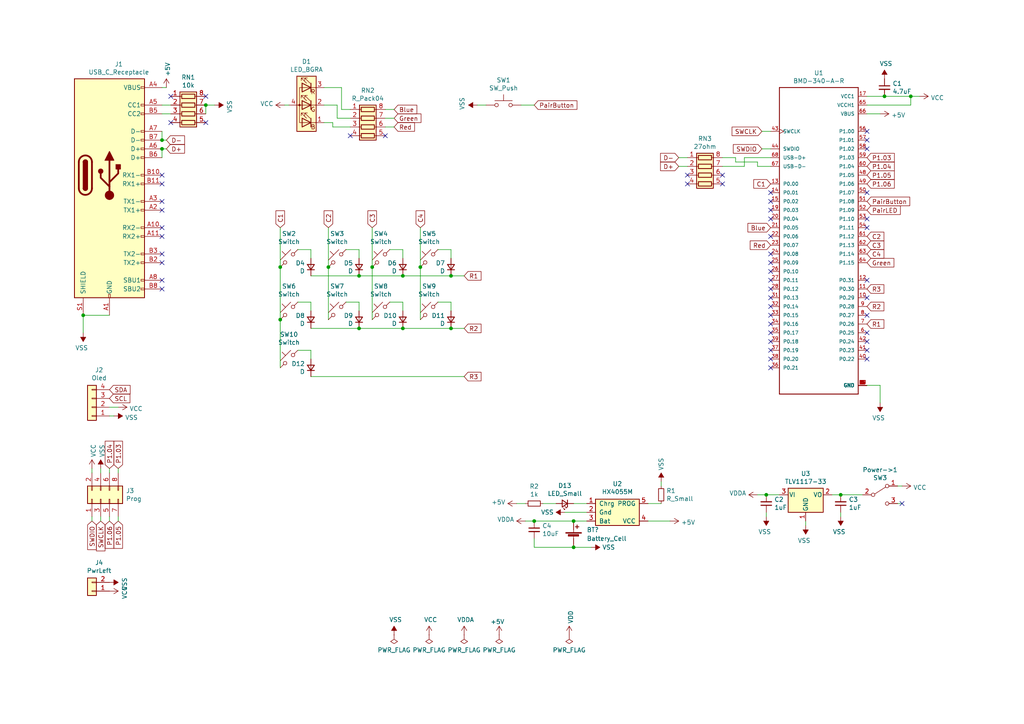
<source format=kicad_sch>
(kicad_sch (version 20210126) (generator eeschema)
  (paper "A4")
  (lib_symbols
    (symbol "Connector_Generic:Conn_01x02" (pin_names (offset 1.016) hide)
      (property "Reference" "J" (at 0 2.54 0))
      (property "Value" "Conn_01x02" (at 0 -5.08 0))
      (symbol "Conn_01x02_1_1"
        (pin passive line (at -5.08 0 0) (length 3.81) (name "Pin_1") (number "1"))
        (pin passive line (at -5.08 -2.54 0) (length 3.81) (name "Pin_2") (number "2"))
      )
    )
    (symbol "Connector_Generic:Conn_02x04_Odd_Even" (pin_names (offset 1.016) hide)
      (property "Reference" "J" (at 1.27 5.08 0))
      (property "Value" "Conn_02x04_Odd_Even" (at 1.27 -7.62 0))
      (symbol "Conn_02x04_Odd_Even_1_1"
        (pin passive line (at -5.08 2.54 0) (length 3.81) (name "Pin_1") (number "1"))
        (pin passive line (at 7.62 2.54 180) (length 3.81) (name "Pin_2") (number "2"))
        (pin passive line (at -5.08 0 0) (length 3.81) (name "Pin_3") (number "3"))
        (pin passive line (at 7.62 0 180) (length 3.81) (name "Pin_4") (number "4"))
        (pin passive line (at -5.08 -2.54 0) (length 3.81) (name "Pin_5") (number "5"))
        (pin passive line (at 7.62 -2.54 180) (length 3.81) (name "Pin_6") (number "6"))
        (pin passive line (at -5.08 -5.08 0) (length 3.81) (name "Pin_7") (number "7"))
        (pin passive line (at 7.62 -5.08 180) (length 3.81) (name "Pin_8") (number "8"))
      )
    )
    (symbol "Device:Battery_Cell" (pin_numbers hide) (pin_names (offset 0) hide)
      (property "Reference" "BT" (at 2.54 2.54 0))
      (property "Value" "Battery_Cell" (at 2.54 0 0))
      (symbol "Battery_Cell_1_1"
        (pin passive line (at 0 5.08 270) (length 2.54) (name "+") (number "1"))
        (pin passive line (at 0 -2.54 90) (length 2.54) (name "-") (number "2"))
      )
    )
    (symbol "Device:C_Small" (pin_numbers hide) (pin_names (offset 0.254) hide)
      (property "Reference" "C" (at 0.254 1.778 0))
      (property "Value" "C_Small" (at 0.254 -2.032 0))
      (symbol "C_Small_1_1"
        (pin passive line (at 0 2.54 270) (length 2.032) (name "~") (number "1"))
        (pin passive line (at 0 -2.54 90) (length 2.032) (name "~") (number "2"))
      )
    )
    (symbol "Device:D_Small" (pin_numbers hide) (pin_names (offset 0.254) hide)
      (property "Reference" "D" (at -1.27 2.032 0))
      (property "Value" "D_Small" (at -3.81 -2.032 0))
      (symbol "D_Small_1_1"
        (pin passive line (at -2.54 0 0) (length 1.778) (name "K") (number "1"))
        (pin passive line (at 2.54 0 180) (length 1.778) (name "A") (number "2"))
      )
    )
    (symbol "Device:LED_BGRA" (pin_names (offset 0) hide)
      (property "Reference" "D" (at 0 9.398 0))
      (property "Value" "LED_BGRA" (at 0 -8.89 0))
      (symbol "LED_BGRA_0_0"
        (text "B" (at -1.905 -6.35 0) (effects (font (size 1.27 1.27))))
        (text "G" (at -1.905 -1.27 0) (effects (font (size 1.27 1.27))))
        (text "R" (at -1.905 3.81 0) (effects (font (size 1.27 1.27))))
      )
      (symbol "LED_BGRA_1_1"
        (pin passive line (at -5.08 -5.08 0) (length 2.54) (name "BK") (number "1"))
        (pin passive line (at -5.08 0 0) (length 2.54) (name "GK") (number "2"))
        (pin passive line (at -5.08 5.08 0) (length 2.54) (name "RK") (number "3"))
        (pin passive line (at 5.08 0 180) (length 2.54) (name "A") (number "4"))
      )
    )
    (symbol "Device:LED_Small" (pin_numbers hide) (pin_names (offset 0.254) hide)
      (property "Reference" "D" (at -1.27 3.175 0))
      (property "Value" "LED_Small" (at -4.445 -2.54 0))
      (symbol "LED_Small_1_1"
        (pin passive line (at -2.54 0 0) (length 1.778) (name "K") (number "1"))
        (pin passive line (at 2.54 0 180) (length 1.778) (name "A") (number "2"))
      )
    )
    (symbol "Device:R_Pack04" (pin_names (offset 0) hide)
      (property "Reference" "RN" (at -7.62 0 90))
      (property "Value" "R_Pack04" (at 5.08 0 90))
      (symbol "R_Pack04_1_1"
        (pin passive line (at -5.08 -5.08 90) (length 2.54) (name "R1.1") (number "1"))
        (pin passive line (at -2.54 -5.08 90) (length 2.54) (name "R2.1") (number "2"))
        (pin passive line (at 0 -5.08 90) (length 2.54) (name "R3.1") (number "3"))
        (pin passive line (at 2.54 -5.08 90) (length 2.54) (name "R4.1") (number "4"))
        (pin passive line (at 2.54 5.08 270) (length 2.54) (name "R4.2") (number "5"))
        (pin passive line (at 0 5.08 270) (length 2.54) (name "R3.2") (number "6"))
        (pin passive line (at -2.54 5.08 270) (length 2.54) (name "R2.2") (number "7"))
        (pin passive line (at -5.08 5.08 270) (length 2.54) (name "R1.2") (number "8"))
      )
    )
    (symbol "Device:R_Small" (pin_numbers hide) (pin_names (offset 0.254) hide)
      (property "Reference" "R" (at 0.762 0.508 0))
      (property "Value" "R_Small" (at 0.762 -1.016 0))
      (symbol "R_Small_1_1"
        (pin passive line (at 0 2.54 270) (length 0.762) (name "~") (number "1"))
        (pin passive line (at 0 -2.54 90) (length 0.762) (name "~") (number "2"))
      )
    )
    (symbol "Regulator_Linear:TLV1117-33" (pin_names (offset 0.254))
      (property "Reference" "U" (at -3.81 3.175 0))
      (property "Value" "TLV1117-33" (at 0 3.175 0))
      (symbol "TLV1117-33_1_1"
        (pin power_in line (at 0 -7.62 90) (length 2.54) (name "GND") (number "1"))
        (pin power_out line (at 7.62 0 180) (length 2.54) (name "VO") (number "2"))
        (pin power_in line (at -7.62 0 0) (length 2.54) (name "VI") (number "3"))
      )
    )
    (symbol "Switch:SW_Push" (pin_numbers hide) (pin_names (offset 1.016) hide)
      (property "Reference" "SW" (at 1.27 2.54 0))
      (property "Value" "SW_Push" (at 0 -1.524 0))
      (symbol "SW_Push_0_1"
        (pin passive line (at -5.08 0 0) (length 2.54) (name "1") (number "1"))
        (pin passive line (at 5.08 0 180) (length 2.54) (name "2") (number "2"))
      )
    )
    (symbol "Switch:SW_Push_45deg" (pin_numbers hide) (pin_names (offset 1.016) hide)
      (property "Reference" "SW" (at 3.048 1.016 0))
      (property "Value" "SW_Push_45deg" (at 0 -3.81 0))
      (symbol "SW_Push_45deg_0_1"
        (pin passive line (at -2.54 2.54 0) (length 0) (name "1") (number "1"))
        (pin passive line (at 2.54 -2.54 180) (length 0) (name "2") (number "2"))
      )
    )
    (symbol "Switch:SW_SPDT" (pin_names (offset 0) hide)
      (property "Reference" "SW" (at 0 4.318 0))
      (property "Value" "SW_SPDT" (at 0 -5.08 0))
      (symbol "SW_SPDT_1_1"
        (pin passive line (at 5.08 2.54 180) (length 2.54) (name "A") (number "1"))
        (pin passive line (at -5.08 0 0) (length 2.54) (name "B") (number "2"))
        (pin passive line (at 5.08 -2.54 180) (length 2.54) (name "C") (number "3"))
      )
    )
    (symbol "TwitterKeyboard-rescue:HX4055M-MechKeyboard" (pin_names (offset 1.016))
      (property "Reference" "U" (at 5.08 -10.16 0))
      (property "Value" "HX4055M-MechKeyboard" (at 0 0 0))
      (symbol "HX4055M-MechKeyboard_1_1"
        (pin input line (at -8.89 -2.54 0) (length 2.54) (name "Chrg") (number "1"))
        (pin input line (at -8.89 -5.08 0) (length 2.54) (name "Gnd") (number "2"))
        (pin input line (at -8.89 -7.62 0) (length 2.54) (name "Bat") (number "3"))
        (pin input line (at 8.89 -7.62 180) (length 2.54) (name "VCC") (number "4"))
        (pin input line (at 8.89 -2.54 180) (length 2.54) (name "PROG") (number "5"))
      )
    )
    (symbol "TwitterKeyboard-rescue:USB_C_Receptacle-Connector" (pin_names (offset 1.016))
      (property "Reference" "J" (at -10.16 29.21 0))
      (property "Value" "USB_C_Receptacle-Connector" (at 10.16 29.21 0))
      (symbol "USB_C_Receptacle-Connector_1_1"
        (pin power_in line (at 0 -40.64 90) (length 5.08) (name "GND") (number "A1"))
        (pin bidirectional line (at 15.24 -15.24 180) (length 5.08) (name "RX2-") (number "A10"))
        (pin bidirectional line (at 15.24 -17.78 180) (length 5.08) (name "RX2+") (number "A11"))
        (pin passive line (at 0 -40.64 90) (length 5.08) hide (name "GND") (number "A12"))
        (pin bidirectional line (at 15.24 -10.16 180) (length 5.08) (name "TX1+") (number "A2"))
        (pin bidirectional line (at 15.24 -7.62 180) (length 5.08) (name "TX1-") (number "A3"))
        (pin power_in line (at 15.24 25.4 180) (length 5.08) (name "VBUS") (number "A4"))
        (pin bidirectional line (at 15.24 20.32 180) (length 5.08) (name "CC1") (number "A5"))
        (pin bidirectional line (at 15.24 7.62 180) (length 5.08) (name "D+") (number "A6"))
        (pin bidirectional line (at 15.24 12.7 180) (length 5.08) (name "D-") (number "A7"))
        (pin bidirectional line (at 15.24 -30.48 180) (length 5.08) (name "SBU1") (number "A8"))
        (pin passive line (at 15.24 25.4 180) (length 5.08) hide (name "VBUS") (number "A9"))
        (pin passive line (at 0 -40.64 90) (length 5.08) hide (name "GND") (number "B1"))
        (pin bidirectional line (at 15.24 0 180) (length 5.08) (name "RX1-") (number "B10"))
        (pin bidirectional line (at 15.24 -2.54 180) (length 5.08) (name "RX1+") (number "B11"))
        (pin passive line (at 0 -40.64 90) (length 5.08) hide (name "GND") (number "B12"))
        (pin bidirectional line (at 15.24 -25.4 180) (length 5.08) (name "TX2+") (number "B2"))
        (pin bidirectional line (at 15.24 -22.86 180) (length 5.08) (name "TX2-") (number "B3"))
        (pin passive line (at 15.24 25.4 180) (length 5.08) hide (name "VBUS") (number "B4"))
        (pin bidirectional line (at 15.24 17.78 180) (length 5.08) (name "CC2") (number "B5"))
        (pin bidirectional line (at 15.24 5.08 180) (length 5.08) (name "D+") (number "B6"))
        (pin bidirectional line (at 15.24 10.16 180) (length 5.08) (name "D-") (number "B7"))
        (pin bidirectional line (at 15.24 -33.02 180) (length 5.08) (name "SBU2") (number "B8"))
        (pin passive line (at 15.24 25.4 180) (length 5.08) hide (name "VBUS") (number "B9"))
        (pin passive line (at -7.62 -40.64 90) (length 5.08) (name "SHIELD") (number "S1"))
      )
    )
    (symbol "dragos-rescue:BMD-340-A-R-BMD-340-A-R" (pin_names (offset 1.016))
      (property "Reference" "U" (at -10.2108 43.3324 0))
      (property "Value" "BMD-340-A-R-BMD-340-A-R" (at -10.2108 -48.4886 0))
      (symbol "BMD-340-A-R-BMD-340-A-R_0_0"
        (pin power_in line (at 15.24 -43.18 180) (length 2.54) (name "GND") (number "1"))
        (pin bidirectional line (at 15.24 -17.78 180) (length 2.54) (name "P0.29") (number "10"))
        (pin bidirectional line (at 15.24 -15.24 180) (length 2.54) (name "P0.30") (number "11"))
        (pin bidirectional line (at 15.24 -12.7 180) (length 2.54) (name "P0.31") (number "12"))
        (pin bidirectional line (at -12.7 15.24 0) (length 2.54) (name "P0.00") (number "13"))
        (pin bidirectional line (at -12.7 12.7 0) (length 2.54) (name "P0.01") (number "14"))
        (pin bidirectional line (at -12.7 10.16 0) (length 2.54) (name "P0.02") (number "15"))
        (pin power_in line (at 15.24 -43.18 180) (length 2.54) (name "GND") (number "16"))
        (pin power_in line (at 15.24 40.64 180) (length 2.54) (name "VCC1") (number "17"))
        (pin power_in line (at 15.24 -43.18 180) (length 2.54) (name "GND") (number "18"))
        (pin bidirectional line (at -12.7 7.62 0) (length 2.54) (name "P0.03") (number "19"))
        (pin power_in line (at 15.24 -43.18 180) (length 2.54) (name "GND") (number "2"))
        (pin bidirectional line (at -12.7 5.08 0) (length 2.54) (name "P0.04") (number "20"))
        (pin bidirectional line (at -12.7 2.54 0) (length 2.54) (name "P0.05") (number "21"))
        (pin bidirectional line (at -12.7 0 0) (length 2.54) (name "P0.06") (number "22"))
        (pin bidirectional line (at -12.7 -2.54 0) (length 2.54) (name "P0.07") (number "23"))
        (pin bidirectional line (at -12.7 -5.08 0) (length 2.54) (name "P0.08") (number "24"))
        (pin bidirectional line (at -12.7 -7.62 0) (length 2.54) (name "P0.09") (number "25"))
        (pin bidirectional line (at -12.7 -10.16 0) (length 2.54) (name "P0.10") (number "26"))
        (pin bidirectional line (at -12.7 -12.7 0) (length 2.54) (name "P0.11") (number "27"))
        (pin bidirectional line (at -12.7 -15.24 0) (length 2.54) (name "P0.12") (number "28"))
        (pin power_in line (at 15.24 -43.18 180) (length 2.54) (name "GND") (number "29"))
        (pin power_in line (at 15.24 -43.18 180) (length 2.54) (name "GND") (number "3"))
        (pin power_in line (at 15.24 -43.18 180) (length 2.54) (name "GND") (number "30"))
        (pin bidirectional line (at -12.7 -17.78 0) (length 2.54) (name "P0.13") (number "31"))
        (pin bidirectional line (at -12.7 -20.32 0) (length 2.54) (name "P0.14") (number "32"))
        (pin bidirectional line (at -12.7 -22.86 0) (length 2.54) (name "P0.15") (number "33"))
        (pin bidirectional line (at -12.7 -25.4 0) (length 2.54) (name "P0.16") (number "34"))
        (pin bidirectional line (at -12.7 -27.94 0) (length 2.54) (name "P0.17") (number "35"))
        (pin bidirectional line (at -12.7 -38.1 0) (length 2.54) (name "P0.21") (number "36"))
        (pin bidirectional line (at -12.7 -33.02 0) (length 2.54) (name "P0.19") (number "37"))
        (pin bidirectional line (at -12.7 -35.56 0) (length 2.54) (name "P0.20") (number "38"))
        (pin bidirectional line (at -12.7 -30.48 0) (length 2.54) (name "P0.18") (number "39"))
        (pin power_in line (at 15.24 -43.18 180) (length 2.54) (name "GND") (number "4"))
        (pin bidirectional line (at 15.24 -35.56 180) (length 2.54) (name "P0.22") (number "40"))
        (pin bidirectional line (at 15.24 -33.02 180) (length 2.54) (name "P0.23") (number "41"))
        (pin bidirectional line (at 15.24 -30.48 180) (length 2.54) (name "P0.24") (number "42"))
        (pin input clock (at -12.7 30.48 0) (length 2.54) (name "SWCLK") (number "43"))
        (pin bidirectional line (at -12.7 25.4 0) (length 2.54) (name "SWDIO") (number "44"))
        (pin power_in line (at 15.24 -43.18 180) (length 2.54) (name "GND") (number "45"))
        (pin power_in line (at 15.24 -43.18 180) (length 2.54) (name "GND") (number "46"))
        (pin power_in line (at 15.24 -43.18 180) (length 2.54) (name "GND") (number "47"))
        (pin bidirectional line (at 15.24 17.78 180) (length 2.54) (name "P1.05") (number "48"))
        (pin bidirectional line (at 15.24 15.24 180) (length 2.54) (name "P1.06") (number "49"))
        (pin power_in line (at 15.24 -43.18 180) (length 2.54) (name "GND") (number "5"))
        (pin bidirectional line (at 15.24 12.7 180) (length 2.54) (name "P1.07") (number "50"))
        (pin bidirectional line (at 15.24 10.16 180) (length 2.54) (name "P1.08") (number "51"))
        (pin bidirectional line (at 15.24 7.62 180) (length 2.54) (name "P1.09") (number "52"))
        (pin bidirectional line (at 15.24 5.08 180) (length 2.54) (name "P1.10") (number "53"))
        (pin bidirectional line (at 15.24 2.54 180) (length 2.54) (name "P1.11") (number "54"))
        (pin power_in line (at 15.24 -43.18 180) (length 2.54) (name "GND") (number "55"))
        (pin bidirectional line (at 15.24 30.48 180) (length 2.54) (name "P1.00") (number "56"))
        (pin bidirectional line (at 15.24 27.94 180) (length 2.54) (name "P1.01") (number "57"))
        (pin bidirectional line (at 15.24 25.4 180) (length 2.54) (name "P1.02") (number "58"))
        (pin bidirectional line (at 15.24 22.86 180) (length 2.54) (name "P1.03") (number "59"))
        (pin bidirectional line (at 15.24 -27.94 180) (length 2.54) (name "P0.25") (number "6"))
        (pin bidirectional line (at 15.24 20.32 180) (length 2.54) (name "P1.04") (number "60"))
        (pin bidirectional line (at 15.24 0 180) (length 2.54) (name "P1.12") (number "61"))
        (pin bidirectional line (at 15.24 -2.54 180) (length 2.54) (name "P1.13") (number "62"))
        (pin bidirectional line (at 15.24 -5.08 180) (length 2.54) (name "P1.14") (number "63"))
        (pin bidirectional line (at 15.24 -7.62 180) (length 2.54) (name "P1.15") (number "64"))
        (pin power_in line (at 15.24 38.1 180) (length 2.54) (name "VCCH1") (number "65"))
        (pin power_in line (at 15.24 35.56 180) (length 2.54) (name "VBUS") (number "66"))
        (pin bidirectional line (at -12.7 20.32 0) (length 2.54) (name "USB-D-") (number "67"))
        (pin bidirectional line (at -12.7 22.86 0) (length 2.54) (name "USB-D+") (number "68"))
        (pin bidirectional line (at 15.24 -25.4 180) (length 2.54) (name "P0.26") (number "7"))
        (pin bidirectional line (at 15.24 -22.86 180) (length 2.54) (name "P0.27") (number "8"))
        (pin bidirectional line (at 15.24 -20.32 180) (length 2.54) (name "P0.28") (number "9"))
      )
    )
    (symbol "dragos-rescue:Conn_01x04-badge-rescue" (pin_names (offset 1.016) hide)
      (property "Reference" "J" (at 0 5.08 0))
      (property "Value" "Conn_01x04-badge-rescue" (at 0 -7.62 0))
      (symbol "Conn_01x04-badge-rescue_1_1"
        (pin passive line (at -5.08 2.54 0) (length 3.81) (name "Pin_1") (number "1"))
        (pin passive line (at -5.08 0 0) (length 3.81) (name "Pin_2") (number "2"))
        (pin passive line (at -5.08 -2.54 0) (length 3.81) (name "Pin_3") (number "3"))
        (pin passive line (at -5.08 -5.08 0) (length 3.81) (name "Pin_4") (number "4"))
      )
    )
    (symbol "power:+5V" (power) (pin_names (offset 0))
      (property "Value" "+5V" (at 0 3.556 0))
      (symbol "+5V_1_1"
        (pin power_in line (at 0 0 90) (length 0) hide (name "+5V") (number "1"))
      )
    )
    (symbol "power:PWR_FLAG" (power) (pin_numbers hide) (pin_names (offset 0) hide)
      (property "Value" "PWR_FLAG" (at 0 3.81 0))
      (symbol "PWR_FLAG_0_0"
        (pin power_out line (at 0 0 90) (length 0) (name "pwr") (number "1"))
      )
    )
    (symbol "power:VCC" (power) (pin_names (offset 0))
      (property "Value" "VCC" (at 0 3.81 0))
      (symbol "VCC_1_1"
        (pin power_in line (at 0 0 90) (length 0) hide (name "VCC") (number "1"))
      )
    )
    (symbol "power:VDD" (power) (pin_names (offset 0))
      (property "Value" "VDD" (at 0 3.81 0))
      (symbol "VDD_1_1"
        (pin power_in line (at 0 0 90) (length 0) hide (name "VDD") (number "1"))
      )
    )
    (symbol "power:VDDA" (power) (pin_names (offset 0))
      (property "Value" "VDDA" (at 0 3.81 0))
      (symbol "VDDA_1_1"
        (pin power_in line (at 0 0 90) (length 0) hide (name "VDDA") (number "1"))
      )
    )
    (symbol "power:VSS" (power) (pin_names (offset 0))
      (property "Value" "VSS" (at 0 3.81 0))
      (symbol "VSS_1_1"
        (pin power_in line (at 0 0 90) (length 0) hide (name "VSS") (number "1"))
      )
    )
  )
  (junction (at 24.13 91.44) (diameter 0.9144))
  (junction (at 46.99 40.64) (diameter 0.9144))
  (junction (at 46.99 43.18) (diameter 0.9144))
  (junction (at 59.69 30.48) (diameter 0.9144))
  (junction (at 81.28 77.47) (diameter 0.9144))
  (junction (at 81.28 92.71) (diameter 0.9144))
  (junction (at 95.25 77.47) (diameter 0.9144))
  (junction (at 104.14 80.01) (diameter 0.9144))
  (junction (at 104.14 95.25) (diameter 0.9144))
  (junction (at 107.95 77.47) (diameter 0.9144))
  (junction (at 116.84 80.01) (diameter 0.9144))
  (junction (at 116.84 95.25) (diameter 0.9144))
  (junction (at 121.92 77.47) (diameter 0.9144))
  (junction (at 130.81 80.01) (diameter 0.9144))
  (junction (at 130.81 95.25) (diameter 0.9144))
  (junction (at 154.94 151.13) (diameter 0.9144))
  (junction (at 166.37 151.13) (diameter 0.9144))
  (junction (at 166.37 158.75) (diameter 0.9144))
  (junction (at 222.25 143.51) (diameter 0.9144))
  (junction (at 243.84 143.51) (diameter 0.9144))
  (junction (at 256.54 27.94) (diameter 0.9144))
  (junction (at 264.16 27.94) (diameter 0.9144))
  (no_connect (at 46.99 50.8))
  (no_connect (at 46.99 53.34))
  (no_connect (at 46.99 58.42))
  (no_connect (at 46.99 60.96))
  (no_connect (at 46.99 66.04))
  (no_connect (at 46.99 68.58))
  (no_connect (at 46.99 73.66))
  (no_connect (at 46.99 76.2))
  (no_connect (at 46.99 81.28))
  (no_connect (at 46.99 83.82))
  (no_connect (at 49.53 27.94))
  (no_connect (at 49.53 35.56))
  (no_connect (at 59.69 27.94))
  (no_connect (at 59.69 35.56))
  (no_connect (at 101.6 39.37))
  (no_connect (at 111.76 39.37))
  (no_connect (at 199.39 50.8))
  (no_connect (at 199.39 53.34))
  (no_connect (at 209.55 50.8))
  (no_connect (at 209.55 53.34))
  (no_connect (at 223.52 55.88))
  (no_connect (at 223.52 58.42))
  (no_connect (at 223.52 60.96))
  (no_connect (at 223.52 63.5))
  (no_connect (at 223.52 68.58))
  (no_connect (at 223.52 73.66))
  (no_connect (at 223.52 76.2))
  (no_connect (at 223.52 78.74))
  (no_connect (at 223.52 81.28))
  (no_connect (at 223.52 83.82))
  (no_connect (at 223.52 86.36))
  (no_connect (at 223.52 88.9))
  (no_connect (at 223.52 91.44))
  (no_connect (at 223.52 93.98))
  (no_connect (at 223.52 96.52))
  (no_connect (at 223.52 99.06))
  (no_connect (at 223.52 101.6))
  (no_connect (at 223.52 104.14))
  (no_connect (at 223.52 106.68))
  (no_connect (at 251.46 38.1))
  (no_connect (at 251.46 40.64))
  (no_connect (at 251.46 43.18))
  (no_connect (at 251.46 55.88))
  (no_connect (at 251.46 63.5))
  (no_connect (at 251.46 66.04))
  (no_connect (at 251.46 81.28))
  (no_connect (at 251.46 86.36))
  (no_connect (at 251.46 91.44))
  (no_connect (at 251.46 96.52))
  (no_connect (at 251.46 99.06))
  (no_connect (at 251.46 101.6))
  (no_connect (at 251.46 104.14))
  (no_connect (at 261.62 146.05))
  (wire (pts (xy 24.13 91.44) (xy 24.13 96.52)))
  (wire (pts (xy 24.13 91.44) (xy 31.75 91.44)))
  (wire (pts (xy 26.67 137.16) (xy 26.67 135.89)))
  (wire (pts (xy 26.67 149.86) (xy 26.67 151.13)))
  (wire (pts (xy 29.21 135.89) (xy 29.21 137.16)))
  (wire (pts (xy 29.21 151.13) (xy 29.21 149.86)))
  (wire (pts (xy 31.75 120.65) (xy 33.02 120.65)))
  (wire (pts (xy 31.75 135.89) (xy 31.75 137.16)))
  (wire (pts (xy 31.75 149.86) (xy 31.75 151.13)))
  (wire (pts (xy 34.29 118.11) (xy 31.75 118.11)))
  (wire (pts (xy 34.29 135.89) (xy 34.29 137.16)))
  (wire (pts (xy 34.29 151.13) (xy 34.29 149.86)))
  (wire (pts (xy 46.99 30.48) (xy 49.53 30.48)))
  (wire (pts (xy 46.99 33.02) (xy 49.53 33.02)))
  (wire (pts (xy 46.99 40.64) (xy 46.99 38.1)))
  (wire (pts (xy 46.99 40.64) (xy 48.26 40.64)))
  (wire (pts (xy 46.99 43.18) (xy 46.99 45.72)))
  (wire (pts (xy 46.99 43.18) (xy 48.26 43.18)))
  (wire (pts (xy 48.26 25.4) (xy 46.99 25.4)))
  (wire (pts (xy 59.69 30.48) (xy 62.23 30.48)))
  (wire (pts (xy 59.69 33.02) (xy 59.69 30.48)))
  (wire (pts (xy 81.28 66.04) (xy 81.28 77.47)))
  (wire (pts (xy 81.28 77.47) (xy 81.28 92.71)))
  (wire (pts (xy 81.28 92.71) (xy 81.28 106.68)))
  (wire (pts (xy 82.55 30.48) (xy 83.82 30.48)))
  (wire (pts (xy 90.17 72.39) (xy 86.36 72.39)))
  (wire (pts (xy 90.17 74.93) (xy 90.17 72.39)))
  (wire (pts (xy 90.17 80.01) (xy 104.14 80.01)))
  (wire (pts (xy 90.17 87.63) (xy 86.36 87.63)))
  (wire (pts (xy 90.17 90.17) (xy 90.17 87.63)))
  (wire (pts (xy 90.17 95.25) (xy 104.14 95.25)))
  (wire (pts (xy 90.17 101.6) (xy 86.36 101.6)))
  (wire (pts (xy 90.17 104.14) (xy 90.17 101.6)))
  (wire (pts (xy 90.17 109.22) (xy 134.62 109.22)))
  (wire (pts (xy 93.98 25.4) (xy 99.06 25.4)))
  (wire (pts (xy 93.98 30.48) (xy 97.79 30.48)))
  (wire (pts (xy 93.98 35.56) (xy 96.52 35.56)))
  (wire (pts (xy 95.25 66.04) (xy 95.25 77.47)))
  (wire (pts (xy 95.25 77.47) (xy 95.25 92.71)))
  (wire (pts (xy 96.52 35.56) (xy 96.52 36.83)))
  (wire (pts (xy 96.52 36.83) (xy 101.6 36.83)))
  (wire (pts (xy 97.79 30.48) (xy 97.79 34.29)))
  (wire (pts (xy 97.79 34.29) (xy 101.6 34.29)))
  (wire (pts (xy 99.06 25.4) (xy 99.06 31.75)))
  (wire (pts (xy 99.06 31.75) (xy 101.6 31.75)))
  (wire (pts (xy 104.14 72.39) (xy 100.33 72.39)))
  (wire (pts (xy 104.14 74.93) (xy 104.14 72.39)))
  (wire (pts (xy 104.14 80.01) (xy 116.84 80.01)))
  (wire (pts (xy 104.14 87.63) (xy 100.33 87.63)))
  (wire (pts (xy 104.14 90.17) (xy 104.14 87.63)))
  (wire (pts (xy 104.14 95.25) (xy 116.84 95.25)))
  (wire (pts (xy 107.95 77.47) (xy 107.95 66.04)))
  (wire (pts (xy 107.95 92.71) (xy 107.95 77.47)))
  (wire (pts (xy 111.76 31.75) (xy 114.3 31.75)))
  (wire (pts (xy 111.76 36.83) (xy 114.3 36.83)))
  (wire (pts (xy 114.3 34.29) (xy 111.76 34.29)))
  (wire (pts (xy 116.84 72.39) (xy 113.03 72.39)))
  (wire (pts (xy 116.84 74.93) (xy 116.84 72.39)))
  (wire (pts (xy 116.84 80.01) (xy 130.81 80.01)))
  (wire (pts (xy 116.84 87.63) (xy 113.03 87.63)))
  (wire (pts (xy 116.84 90.17) (xy 116.84 87.63)))
  (wire (pts (xy 116.84 95.25) (xy 130.81 95.25)))
  (wire (pts (xy 121.92 66.04) (xy 121.92 77.47)))
  (wire (pts (xy 121.92 77.47) (xy 121.92 92.71)))
  (wire (pts (xy 130.81 72.39) (xy 127 72.39)))
  (wire (pts (xy 130.81 74.93) (xy 130.81 72.39)))
  (wire (pts (xy 130.81 80.01) (xy 134.62 80.01)))
  (wire (pts (xy 130.81 87.63) (xy 127 87.63)))
  (wire (pts (xy 130.81 90.17) (xy 130.81 87.63)))
  (wire (pts (xy 130.81 95.25) (xy 134.62 95.25)))
  (wire (pts (xy 138.43 30.48) (xy 140.97 30.48)))
  (wire (pts (xy 149.86 146.05) (xy 152.4 146.05)))
  (wire (pts (xy 152.4 151.13) (xy 154.94 151.13)))
  (wire (pts (xy 154.94 30.48) (xy 151.13 30.48)))
  (wire (pts (xy 154.94 151.13) (xy 166.37 151.13)))
  (wire (pts (xy 154.94 156.21) (xy 154.94 158.75)))
  (wire (pts (xy 154.94 158.75) (xy 166.37 158.75)))
  (wire (pts (xy 157.48 146.05) (xy 161.29 146.05)))
  (wire (pts (xy 163.83 148.59) (xy 170.18 148.59)))
  (wire (pts (xy 166.37 146.05) (xy 170.18 146.05)))
  (wire (pts (xy 166.37 151.13) (xy 170.18 151.13)))
  (wire (pts (xy 166.37 158.75) (xy 171.45 158.75)))
  (wire (pts (xy 187.96 146.05) (xy 191.77 146.05)))
  (wire (pts (xy 187.96 151.13) (xy 194.31 151.13)))
  (wire (pts (xy 191.77 140.97) (xy 191.77 139.7)))
  (wire (pts (xy 196.85 45.72) (xy 199.39 45.72)))
  (wire (pts (xy 196.85 48.26) (xy 199.39 48.26)))
  (wire (pts (xy 209.55 45.72) (xy 213.36 45.72)))
  (wire (pts (xy 213.36 45.72) (xy 213.36 46.99)))
  (wire (pts (xy 213.36 46.99) (xy 219.71 46.99)))
  (wire (pts (xy 215.9 45.72) (xy 215.9 48.26)))
  (wire (pts (xy 215.9 48.26) (xy 209.55 48.26)))
  (wire (pts (xy 219.71 46.99) (xy 219.71 48.26)))
  (wire (pts (xy 219.71 48.26) (xy 223.52 48.26)))
  (wire (pts (xy 219.71 143.51) (xy 222.25 143.51)))
  (wire (pts (xy 220.98 38.1) (xy 223.52 38.1)))
  (wire (pts (xy 220.98 43.18) (xy 223.52 43.18)))
  (wire (pts (xy 222.25 143.51) (xy 226.06 143.51)))
  (wire (pts (xy 222.25 149.86) (xy 222.25 148.59)))
  (wire (pts (xy 223.52 45.72) (xy 215.9 45.72)))
  (wire (pts (xy 233.68 152.4) (xy 233.68 151.13)))
  (wire (pts (xy 241.3 143.51) (xy 243.84 143.51)))
  (wire (pts (xy 243.84 143.51) (xy 250.19 143.51)))
  (wire (pts (xy 243.84 149.86) (xy 243.84 148.59)))
  (wire (pts (xy 251.46 27.94) (xy 256.54 27.94)))
  (wire (pts (xy 251.46 30.48) (xy 264.16 30.48)))
  (wire (pts (xy 251.46 33.02) (xy 255.27 33.02)))
  (wire (pts (xy 251.46 111.76) (xy 255.27 111.76)))
  (wire (pts (xy 255.27 111.76) (xy 255.27 116.84)))
  (wire (pts (xy 256.54 27.94) (xy 264.16 27.94)))
  (wire (pts (xy 260.35 140.97) (xy 261.62 140.97)))
  (wire (pts (xy 261.62 146.05) (xy 260.35 146.05)))
  (wire (pts (xy 264.16 27.94) (xy 266.7 27.94)))
  (wire (pts (xy 264.16 30.48) (xy 264.16 27.94)))
  (global_label "SWDIO" (shape input) (at 26.67 151.13 270) (property "Intersheet References" "${INTERSHEET_REFS}" (effects hide)))
  (global_label "SWCLK" (shape input) (at 29.21 151.13 270) (property "Intersheet References" "${INTERSHEET_REFS}" (effects hide)))
  (global_label "SDA" (shape input) (at 31.75 113.03 0) (property "Intersheet References" "${INTERSHEET_REFS}" (effects hide)))
  (global_label "SCL" (shape input) (at 31.75 115.57 0) (property "Intersheet References" "${INTERSHEET_REFS}" (effects hide)))
  (global_label "P1.04" (shape input) (at 31.75 135.89 90) (property "Intersheet References" "${INTERSHEET_REFS}" (effects hide)))
  (global_label "P1.06" (shape input) (at 31.75 151.13 270) (property "Intersheet References" "${INTERSHEET_REFS}" (effects hide)))
  (global_label "P1.03" (shape input) (at 34.29 135.89 90) (property "Intersheet References" "${INTERSHEET_REFS}" (effects hide)))
  (global_label "P1.05" (shape input) (at 34.29 151.13 270) (property "Intersheet References" "${INTERSHEET_REFS}" (effects hide)))
  (global_label "D-" (shape input) (at 48.26 40.64 0) (property "Intersheet References" "${INTERSHEET_REFS}" (effects hide)))
  (global_label "D+" (shape input) (at 48.26 43.18 0) (property "Intersheet References" "${INTERSHEET_REFS}" (effects hide)))
  (global_label "C1" (shape input) (at 81.28 66.04 90) (property "Intersheet References" "${INTERSHEET_REFS}" (effects hide)))
  (global_label "C2" (shape input) (at 95.25 66.04 90) (property "Intersheet References" "${INTERSHEET_REFS}" (effects hide)))
  (global_label "C3" (shape input) (at 107.95 66.04 90) (property "Intersheet References" "${INTERSHEET_REFS}" (effects hide)))
  (global_label "Blue" (shape input) (at 114.3 31.75 0) (property "Intersheet References" "${INTERSHEET_REFS}" (effects hide)))
  (global_label "Green" (shape input) (at 114.3 34.29 0) (property "Intersheet References" "${INTERSHEET_REFS}" (effects hide)))
  (global_label "Red" (shape input) (at 114.3 36.83 0) (property "Intersheet References" "${INTERSHEET_REFS}" (effects hide)))
  (global_label "C4" (shape input) (at 121.92 66.04 90) (property "Intersheet References" "${INTERSHEET_REFS}" (effects hide)))
  (global_label "R1" (shape input) (at 134.62 80.01 0) (property "Intersheet References" "${INTERSHEET_REFS}" (effects hide)))
  (global_label "R2" (shape input) (at 134.62 95.25 0) (property "Intersheet References" "${INTERSHEET_REFS}" (effects hide)))
  (global_label "R3" (shape input) (at 134.62 109.22 0) (property "Intersheet References" "${INTERSHEET_REFS}" (effects hide)))
  (global_label "PairButton" (shape input) (at 154.94 30.48 0) (property "Intersheet References" "${INTERSHEET_REFS}" (effects hide)))
  (global_label "D-" (shape input) (at 196.85 45.72 180) (property "Intersheet References" "${INTERSHEET_REFS}" (effects hide)))
  (global_label "D+" (shape input) (at 196.85 48.26 180) (property "Intersheet References" "${INTERSHEET_REFS}" (effects hide)))
  (global_label "SWCLK" (shape input) (at 220.98 38.1 180) (property "Intersheet References" "${INTERSHEET_REFS}" (effects hide)))
  (global_label "SWDIO" (shape input) (at 220.98 43.18 180) (property "Intersheet References" "${INTERSHEET_REFS}" (effects hide)))
  (global_label "C1" (shape input) (at 223.52 53.34 180) (property "Intersheet References" "${INTERSHEET_REFS}" (effects hide)))
  (global_label "Blue" (shape input) (at 223.52 66.04 180) (property "Intersheet References" "${INTERSHEET_REFS}" (effects hide)))
  (global_label "Red" (shape input) (at 223.52 71.12 180) (property "Intersheet References" "${INTERSHEET_REFS}" (effects hide)))
  (global_label "P1.03" (shape input) (at 251.46 45.72 0) (property "Intersheet References" "${INTERSHEET_REFS}" (effects hide)))
  (global_label "P1.04" (shape input) (at 251.46 48.26 0) (property "Intersheet References" "${INTERSHEET_REFS}" (effects hide)))
  (global_label "P1.05" (shape input) (at 251.46 50.8 0) (property "Intersheet References" "${INTERSHEET_REFS}" (effects hide)))
  (global_label "P1.06" (shape input) (at 251.46 53.34 0) (property "Intersheet References" "${INTERSHEET_REFS}" (effects hide)))
  (global_label "PairButton" (shape input) (at 251.46 58.42 0) (property "Intersheet References" "${INTERSHEET_REFS}" (effects hide)))
  (global_label "PairLED" (shape input) (at 251.46 60.96 0) (property "Intersheet References" "${INTERSHEET_REFS}" (effects hide)))
  (global_label "C2" (shape input) (at 251.46 68.58 0) (property "Intersheet References" "${INTERSHEET_REFS}" (effects hide)))
  (global_label "C3" (shape input) (at 251.46 71.12 0) (property "Intersheet References" "${INTERSHEET_REFS}" (effects hide)))
  (global_label "C4" (shape input) (at 251.46 73.66 0) (property "Intersheet References" "${INTERSHEET_REFS}" (effects hide)))
  (global_label "Green" (shape input) (at 251.46 76.2 0) (property "Intersheet References" "${INTERSHEET_REFS}" (effects hide)))
  (global_label "R3" (shape input) (at 251.46 83.82 0) (property "Intersheet References" "${INTERSHEET_REFS}" (effects hide)))
  (global_label "R2" (shape input) (at 251.46 88.9 0) (property "Intersheet References" "${INTERSHEET_REFS}" (effects hide)))
  (global_label "R1" (shape input) (at 251.46 93.98 0) (property "Intersheet References" "${INTERSHEET_REFS}" (effects hide)))
  (symbol (lib_id "power:PWR_FLAG") (at 114.3 184.15 180) (unit 1)
    (property "Reference" "#FLG01" (effects hide))
    (property "Value" "PWR_FLAG" (at 114.3 188.5442 0))
  )
  (symbol (lib_id "power:PWR_FLAG") (at 124.46 184.15 180) (unit 1)
    (property "Reference" "#FLG02" (effects hide))
    (property "Value" "PWR_FLAG" (at 124.46 188.5442 0))
  )
  (symbol (lib_id "power:PWR_FLAG") (at 134.62 184.15 180) (unit 1)
    (property "Reference" "#FLG03" (effects hide))
    (property "Value" "PWR_FLAG" (at 134.62 188.5442 0))
  )
  (symbol (lib_id "power:PWR_FLAG") (at 144.78 184.15 180) (unit 1)
    (property "Reference" "#FLG04" (effects hide))
    (property "Value" "PWR_FLAG" (at 144.78 188.5442 0))
  )
  (symbol (lib_id "power:PWR_FLAG") (at 165.1 184.15 180) (unit 1)
    (property "Reference" "#FLG05" (effects hide))
    (property "Value" "PWR_FLAG" (at 165.1 188.5442 0))
  )
  (symbol (lib_id "power:VSS") (at 24.13 96.52 180) (unit 1)
    (property "Reference" "#PWR010" (effects hide))
    (property "Value" "VSS" (at 23.6728 100.9142 0))
  )
  (symbol (lib_id "power:VCC") (at 26.67 135.89 0) (unit 1)
    (property "Reference" "#PWR014" (effects hide))
    (property "Value" "VCC" (at 27.1018 132.6388 90) (effects (justify left)))
  )
  (symbol (lib_id "power:VSS") (at 29.21 135.89 0) (unit 1)
    (property "Reference" "#PWR015" (effects hide))
    (property "Value" "VSS" (at 29.6418 132.6388 90) (effects (justify left)))
  )
  (symbol (lib_id "power:VSS") (at 31.75 168.91 270) (unit 1)
    (property "Reference" "#PWR027" (effects hide))
    (property "Value" "VSS" (at 36.1442 169.3418 0))
  )
  (symbol (lib_id "power:VCC") (at 31.75 171.45 270) (unit 1)
    (property "Reference" "#PWR028" (effects hide))
    (property "Value" "VCC" (at 36.1442 171.8818 0))
  )
  (symbol (lib_id "power:VSS") (at 33.02 120.65 270) (unit 1)
    (property "Reference" "#PWR013" (effects hide))
    (property "Value" "VSS" (at 36.2712 121.1072 90) (effects (justify left)))
  )
  (symbol (lib_id "power:VCC") (at 34.29 118.11 270) (unit 1)
    (property "Reference" "#PWR011" (effects hide))
    (property "Value" "VCC" (at 37.5412 118.5418 90) (effects (justify left)))
  )
  (symbol (lib_id "power:+5V") (at 48.26 25.4 0) (unit 1)
    (property "Reference" "#PWR02" (effects hide))
    (property "Value" "+5V" (at 48.641 22.1488 90) (effects (justify left)))
  )
  (symbol (lib_id "power:VSS") (at 62.23 30.48 270) (unit 1)
    (property "Reference" "#PWR04" (effects hide))
    (property "Value" "VSS" (at 66.6242 30.9372 0))
  )
  (symbol (lib_id "power:VCC") (at 82.55 30.48 90) (unit 1)
    (property "Reference" "#PWR05" (effects hide))
    (property "Value" "VCC" (at 79.3242 30.099 90) (effects (justify left)))
  )
  (symbol (lib_id "power:VSS") (at 114.3 184.15 0) (unit 1)
    (property "Reference" "#PWR033" (effects hide))
    (property "Value" "VSS" (at 114.7318 179.7558 0))
  )
  (symbol (lib_id "power:VCC") (at 124.46 184.15 0) (unit 1)
    (property "Reference" "#PWR034" (effects hide))
    (property "Value" "VCC" (at 124.8918 179.7558 0))
  )
  (symbol (lib_id "power:VDDA") (at 134.62 184.15 0) (unit 1)
    (property "Reference" "#PWR035" (effects hide))
    (property "Value" "VDDA" (at 135.0518 179.7558 0))
  )
  (symbol (lib_id "power:VSS") (at 138.43 30.48 90) (unit 1)
    (property "Reference" "#PWR06" (effects hide))
    (property "Value" "VSS" (at 134.0358 30.0482 0))
  )
  (symbol (lib_id "power:+5V") (at 144.78 184.15 0) (unit 1)
    (property "Reference" "#PWR036" (effects hide))
    (property "Value" "+5V" (at 142.24 180.34 0) (effects (justify left)))
  )
  (symbol (lib_id "power:+5V") (at 149.86 146.05 90) (unit 1)
    (property "Reference" "#PWR019" (effects hide))
    (property "Value" "+5V" (at 146.6088 145.669 90) (effects (justify left)))
  )
  (symbol (lib_id "power:VDDA") (at 152.4 151.13 90) (unit 1)
    (property "Reference" "#PWR023" (effects hide))
    (property "Value" "VDDA" (at 149.1488 150.6728 90) (effects (justify left)))
  )
  (symbol (lib_id "power:VSS") (at 163.83 148.59 90) (unit 1)
    (property "Reference" "#PWR020" (effects hide))
    (property "Value" "VSS" (at 158.75 148.59 90))
  )
  (symbol (lib_id "power:VDD") (at 165.1 184.15 0) (unit 1)
    (property "Reference" "#PWR037" (effects hide))
    (property "Value" "VDD" (at 165.5318 180.8988 90) (effects (justify left)))
  )
  (symbol (lib_id "power:VSS") (at 171.45 158.75 270) (unit 1)
    (property "Reference" "#PWR026" (effects hide))
    (property "Value" "VSS" (at 176.53 158.75 90))
  )
  (symbol (lib_id "power:VSS") (at 191.77 139.7 0) (unit 1)
    (property "Reference" "#PWR016" (effects hide))
    (property "Value" "VSS" (at 191.77 134.62 90))
  )
  (symbol (lib_id "power:+5V") (at 194.31 151.13 270) (unit 1)
    (property "Reference" "#PWR024" (effects hide))
    (property "Value" "+5V" (at 197.5612 151.511 90) (effects (justify left)))
  )
  (symbol (lib_id "power:VDDA") (at 219.71 143.51 90) (unit 1)
    (property "Reference" "#PWR018" (effects hide))
    (property "Value" "VDDA" (at 216.4588 143.0528 90) (effects (justify left)))
  )
  (symbol (lib_id "power:VSS") (at 222.25 149.86 180) (unit 1)
    (property "Reference" "#PWR021" (effects hide))
    (property "Value" "VSS" (at 221.7928 154.2542 0))
  )
  (symbol (lib_id "power:VSS") (at 233.68 152.4 180) (unit 1)
    (property "Reference" "#PWR025" (effects hide))
    (property "Value" "VSS" (at 233.2228 156.7942 0))
  )
  (symbol (lib_id "power:VSS") (at 243.84 149.86 180) (unit 1)
    (property "Reference" "#PWR022" (effects hide))
    (property "Value" "VSS" (at 243.3828 154.2542 0))
  )
  (symbol (lib_id "power:+5V") (at 255.27 33.02 270) (unit 1)
    (property "Reference" "#PWR07" (effects hide))
    (property "Value" "+5V" (at 258.5212 33.401 90) (effects (justify left)))
  )
  (symbol (lib_id "power:VSS") (at 255.27 116.84 180) (unit 1)
    (property "Reference" "#PWR012" (effects hide))
    (property "Value" "VSS" (at 254.8128 121.2342 0))
  )
  (symbol (lib_id "power:VSS") (at 256.54 22.86 0) (unit 1)
    (property "Reference" "#PWR01" (effects hide))
    (property "Value" "VSS" (at 256.9718 18.4658 0))
  )
  (symbol (lib_id "power:VCC") (at 261.62 140.97 270) (unit 1)
    (property "Reference" "#PWR017" (effects hide))
    (property "Value" "VCC" (at 264.8712 141.4018 90) (effects (justify left)))
  )
  (symbol (lib_id "power:VCC") (at 266.7 27.94 270) (unit 1)
    (property "Reference" "#PWR03" (effects hide))
    (property "Value" "VCC" (at 269.9512 28.3718 90) (effects (justify left)))
  )
  (symbol (lib_id "Device:R_Small") (at 154.94 146.05 270) (unit 1)
    (property "Reference" "R2" (at 154.94 141.0716 90))
    (property "Value" "1k" (at 154.94 143.383 90))
    (property "Footprint" "Resistor_SMD:R_0805_2012Metric" (effects hide))
  )
  (symbol (lib_id "Device:R_Small") (at 191.77 143.51 0) (unit 1)
    (property "Reference" "R1" (at 193.2686 142.3416 0) (effects (justify left)))
    (property "Value" "R_Small" (at 193.2686 144.653 0) (effects (justify left)))
    (property "Footprint" "Resistor_SMD:R_0805_2012Metric" (effects hide))
  )
  (symbol (lib_id "Device:D_Small") (at 90.17 77.47 270) (mirror x) (unit 1)
    (property "Reference" "D4" (at 88.4428 76.3016 90) (effects (justify right)))
    (property "Value" "D" (at 88.4428 78.613 90) (effects (justify right)))
    (property "Footprint" "Diode_SMD:D_0805_2012Metric" (effects hide))
  )
  (symbol (lib_id "Device:D_Small") (at 90.17 92.71 270) (mirror x) (unit 1)
    (property "Reference" "D8" (at 88.4428 91.5416 90) (effects (justify right)))
    (property "Value" "D" (at 88.4428 93.853 90) (effects (justify right)))
    (property "Footprint" "Diode_SMD:D_0805_2012Metric" (effects hide))
  )
  (symbol (lib_id "Device:D_Small") (at 90.17 106.68 270) (mirror x) (unit 1)
    (property "Reference" "D12" (at 88.4428 105.5116 90) (effects (justify right)))
    (property "Value" "D" (at 88.4428 107.823 90) (effects (justify right)))
    (property "Footprint" "Diode_SMD:D_0805_2012Metric" (effects hide))
  )
  (symbol (lib_id "Device:D_Small") (at 104.14 77.47 270) (mirror x) (unit 1)
    (property "Reference" "D5" (at 102.4128 76.3016 90) (effects (justify right)))
    (property "Value" "D" (at 102.4128 78.613 90) (effects (justify right)))
    (property "Footprint" "Diode_SMD:D_0805_2012Metric" (effects hide))
  )
  (symbol (lib_id "Device:D_Small") (at 104.14 92.71 270) (mirror x) (unit 1)
    (property "Reference" "D9" (at 102.4128 91.5416 90) (effects (justify right)))
    (property "Value" "D" (at 102.4128 93.853 90) (effects (justify right)))
    (property "Footprint" "Diode_SMD:D_0805_2012Metric" (effects hide))
  )
  (symbol (lib_id "Device:D_Small") (at 116.84 77.47 270) (mirror x) (unit 1)
    (property "Reference" "D6" (at 115.1128 76.3016 90) (effects (justify right)))
    (property "Value" "D" (at 115.1128 78.613 90) (effects (justify right)))
    (property "Footprint" "Diode_SMD:D_0805_2012Metric" (effects hide))
  )
  (symbol (lib_id "Device:D_Small") (at 116.84 92.71 270) (mirror x) (unit 1)
    (property "Reference" "D10" (at 115.1128 91.5416 90) (effects (justify right)))
    (property "Value" "D" (at 115.1128 93.853 90) (effects (justify right)))
    (property "Footprint" "Diode_SMD:D_0805_2012Metric" (effects hide))
  )
  (symbol (lib_id "Device:D_Small") (at 130.81 77.47 270) (mirror x) (unit 1)
    (property "Reference" "D7" (at 129.0828 76.3016 90) (effects (justify right)))
    (property "Value" "D" (at 129.0828 78.613 90) (effects (justify right)))
    (property "Footprint" "Diode_SMD:D_0805_2012Metric" (effects hide))
  )
  (symbol (lib_id "Device:D_Small") (at 130.81 92.71 270) (mirror x) (unit 1)
    (property "Reference" "D11" (at 129.0828 91.5416 90) (effects (justify right)))
    (property "Value" "D" (at 129.0828 93.853 90) (effects (justify right)))
    (property "Footprint" "Diode_SMD:D_0805_2012Metric" (effects hide))
  )
  (symbol (lib_id "Device:LED_Small") (at 163.83 146.05 180) (unit 1)
    (property "Reference" "D13" (at 163.83 140.843 0))
    (property "Value" "LED_Small" (at 163.83 143.1544 0))
    (property "Footprint" "LED_SMD:LED_0805_2012Metric" (effects hide))
  )
  (symbol (lib_id "Device:C_Small") (at 154.94 153.67 0) (unit 1)
    (property "Reference" "C4" (at 157.2768 152.5016 0) (effects (justify left)))
    (property "Value" "10uF" (at 157.2768 154.813 0) (effects (justify left)))
    (property "Footprint" "Capacitor_SMD:C_0805_2012Metric" (effects hide))
  )
  (symbol (lib_id "Device:C_Small") (at 222.25 146.05 180) (unit 1)
    (property "Reference" "C2" (at 224.5868 144.8816 0) (effects (justify right)))
    (property "Value" "1uF" (at 224.5868 147.193 0) (effects (justify right)))
    (property "Footprint" "Capacitor_SMD:C_0805_2012Metric" (effects hide))
  )
  (symbol (lib_id "Device:C_Small") (at 243.84 146.05 180) (unit 1)
    (property "Reference" "C3" (at 246.1768 144.8816 0) (effects (justify right)))
    (property "Value" "1uF" (at 246.1768 147.193 0) (effects (justify right)))
    (property "Footprint" "Capacitor_SMD:C_0805_2012Metric" (effects hide))
  )
  (symbol (lib_id "Device:C_Small") (at 256.54 25.4 0) (unit 1)
    (property "Reference" "C1" (at 258.8768 24.2316 0) (effects (justify left)))
    (property "Value" "4.7uF" (at 258.8768 26.543 0) (effects (justify left)))
    (property "Footprint" "Capacitor_SMD:C_0805_2012Metric" (effects hide))
  )
  (symbol (lib_id "Switch:SW_Push_45deg") (at 83.82 74.93 0) (mirror y) (unit 1)
    (property "Reference" "SW2" (at 83.82 67.7926 0))
    (property "Value" "Switch" (at 83.82 70.104 0))
    (property "Footprint" "MechanicalKeyboard:KailhChocolateV2" (effects hide))
  )
  (symbol (lib_id "Switch:SW_Push_45deg") (at 83.82 90.17 0) (mirror y) (unit 1)
    (property "Reference" "SW6" (at 83.82 83.0326 0))
    (property "Value" "Switch" (at 83.82 85.344 0))
    (property "Footprint" "MechanicalKeyboard:KailhChocolateV2" (effects hide))
  )
  (symbol (lib_id "Switch:SW_Push_45deg") (at 83.82 104.14 0) (mirror y) (unit 1)
    (property "Reference" "SW10" (at 83.82 97.0026 0))
    (property "Value" "Switch" (at 83.82 99.314 0))
    (property "Footprint" "MechanicalKeyboard:KailhChocolateV2" (effects hide))
  )
  (symbol (lib_id "Switch:SW_Push_45deg") (at 97.79 74.93 0) (mirror y) (unit 1)
    (property "Reference" "SW3" (at 97.79 67.7926 0))
    (property "Value" "Switch" (at 97.79 70.104 0))
    (property "Footprint" "MechanicalKeyboard:KailhChocolateV2" (effects hide))
  )
  (symbol (lib_id "Switch:SW_Push_45deg") (at 97.79 90.17 0) (mirror y) (unit 1)
    (property "Reference" "SW7" (at 97.79 83.0326 0))
    (property "Value" "Switch" (at 97.79 85.344 0))
    (property "Footprint" "MechanicalKeyboard:KailhChocolateV2" (effects hide))
  )
  (symbol (lib_id "Switch:SW_Push_45deg") (at 110.49 74.93 0) (mirror y) (unit 1)
    (property "Reference" "SW4" (at 110.49 67.7926 0))
    (property "Value" "Switch" (at 110.49 70.104 0))
    (property "Footprint" "MechanicalKeyboard:KailhChocolateV2" (effects hide))
  )
  (symbol (lib_id "Switch:SW_Push_45deg") (at 110.49 90.17 0) (mirror y) (unit 1)
    (property "Reference" "SW8" (at 110.49 83.0326 0))
    (property "Value" "Switch" (at 110.49 85.344 0))
    (property "Footprint" "MechanicalKeyboard:KailhChocolateV2" (effects hide))
  )
  (symbol (lib_id "Switch:SW_Push_45deg") (at 124.46 74.93 0) (mirror y) (unit 1)
    (property "Reference" "SW5" (at 124.46 67.7926 0))
    (property "Value" "Switch" (at 124.46 70.104 0))
    (property "Footprint" "MechanicalKeyboard:KailhChocolateV2" (effects hide))
  )
  (symbol (lib_id "Switch:SW_Push_45deg") (at 124.46 90.17 0) (mirror y) (unit 1)
    (property "Reference" "SW9" (at 124.46 83.0326 0))
    (property "Value" "Switch" (at 124.46 85.344 0))
    (property "Footprint" "MechanicalKeyboard:KailhChocolateV2" (effects hide))
  )
  (symbol (lib_id "Connector_Generic:Conn_01x02") (at 26.67 171.45 180) (unit 1)
    (property "Reference" "J4" (at 28.7528 163.195 0))
    (property "Value" "PwrLeft" (at 28.7528 165.5064 0))
    (property "Footprint" "Connector_PinHeader_2.54mm:PinHeader_1x02_P2.54mm_Vertical" (effects hide))
  )
  (symbol (lib_id "Device:Battery_Cell") (at 166.37 156.21 0) (unit 1)
    (property "Reference" "BT?" (at 170.18 153.67 0) (effects (justify left)))
    (property "Value" "Battery_Cell" (at 170.18 156.21 0) (effects (justify left)))
  )
  (symbol (lib_id "Switch:SW_Push") (at 146.05 30.48 0) (unit 1)
    (property "Reference" "SW1" (at 146.05 23.241 0))
    (property "Value" "SW_Push" (at 146.05 25.5524 0))
    (property "Footprint" "Dragos:1TS002E-2500-2500-CT-HYP-Button" (effects hide))
  )
  (symbol (lib_id "dragos-rescue:Conn_01x04-badge-rescue") (at 26.67 118.11 180) (unit 1)
    (property "Reference" "J2" (at 28.7528 107.315 0))
    (property "Value" "Oled" (at 28.7528 109.6264 0))
    (property "Footprint" "Dragos:Oled" (effects hide))
  )
  (symbol (lib_id "Switch:SW_SPDT") (at 255.27 143.51 0) (unit 1)
    (property "Reference" "Power->1" (at 255.27 136.271 0))
    (property "Value" "SW3" (at 255.27 138.5824 0))
    (property "Footprint" "BreadBoardPwr:SK-3296S_switch" (effects hide))
  )
  (symbol (lib_id "Device:R_Pack04") (at 54.61 33.02 270) (unit 1)
    (property "Reference" "RN1" (at 54.61 22.4282 90))
    (property "Value" "10k" (at 54.61 24.7396 90))
    (property "Footprint" "Resistor_SMD:R_Array_Concave_4x0603" (effects hide))
  )
  (symbol (lib_id "Device:R_Pack04") (at 106.68 36.83 270) (unit 1)
    (property "Reference" "RN2" (at 106.68 26.2382 90))
    (property "Value" "R_Pack04" (at 106.68 28.5496 90))
    (property "Footprint" "Resistor_SMD:R_Array_Concave_4x0603" (effects hide))
  )
  (symbol (lib_id "Device:R_Pack04") (at 204.47 50.8 270) (unit 1)
    (property "Reference" "RN3" (at 204.47 40.2082 90))
    (property "Value" "27ohm" (at 204.47 42.5196 90))
    (property "Footprint" "Resistor_SMD:R_Array_Convex_4x0603" (effects hide))
  )
  (symbol (lib_id "Connector_Generic:Conn_02x04_Odd_Even") (at 29.21 144.78 90) (unit 1)
    (property "Reference" "J3" (at 36.5252 142.3416 90) (effects (justify right)))
    (property "Value" "Prog" (at 36.5252 144.653 90) (effects (justify right)))
    (property "Footprint" "MechanicalKeyboard:SOIC_clipProgSmall" (effects hide))
  )
  (symbol (lib_id "TwitterKeyboard-rescue:HX4055M-MechKeyboard") (at 179.07 143.51 0) (unit 1)
    (property "Reference" "U2" (at 179.07 140.335 0))
    (property "Value" "HX4055M" (at 179.07 142.6464 0))
    (property "Footprint" "Package_TO_SOT_SMD:SOT-23-5" (effects hide))
  )
  (symbol (lib_id "Regulator_Linear:TLV1117-33") (at 233.68 143.51 0) (unit 1)
    (property "Reference" "U3" (at 233.68 137.3632 0))
    (property "Value" "TLV1117-33" (at 233.68 139.6746 0))
    (property "Footprint" "Package_TO_SOT_SMD:SOT-223-3_TabPin2" (effects hide))
    (property "Datasheet" "http://www.ti.com/lit/ds/symlink/tlv1117.pdf" (effects hide))
  )
  (symbol (lib_id "Device:LED_BGRA") (at 88.9 30.48 0) (mirror y) (unit 1)
    (property "Reference" "D1" (at 88.9 17.8562 0))
    (property "Value" "LED_BGRA" (at 88.9 20.1676 0))
    (property "Footprint" "Dragos:EKINGLUX-E6" (effects hide))
  )
  (symbol (lib_id "TwitterKeyboard-rescue:USB_C_Receptacle-Connector") (at 31.75 50.8 0) (unit 1)
    (property "Reference" "J1" (at 34.4678 18.6182 0))
    (property "Value" "USB_C_Receptacle" (at 34.4678 20.9296 0))
    (property "Footprint" "Tests:USB_C_Receptical-Jing" (effects hide))
    (property "Datasheet" "https://www.usb.org/sites/default/files/documents/usb_type-c.zip" (effects hide))
  )
  (symbol (lib_id "dragos-rescue:BMD-340-A-R-BMD-340-A-R") (at 236.22 68.58 0) (unit 1)
    (property "Reference" "U1" (at 237.49 21.1582 0))
    (property "Value" "BMD-340-A-R" (at 237.49 23.4696 0))
    (property "Footprint" "Dragos:RIGADO_BMD-340-A-R" (effects hide))
    (property "Datasheet" "BMD-340-A-R" (effects hide))
    (property "Field4" "Unavailable" (effects hide))
    (property "Field5" "Bluetooth Low Energy 5.0 Module" (effects hide))
    (property "Field6" "Module Rigado" (effects hide))
    (property "Field7" "U-Blox America" (effects hide))
    (property "Field8" "None" (effects hide))
  )
)
</source>
